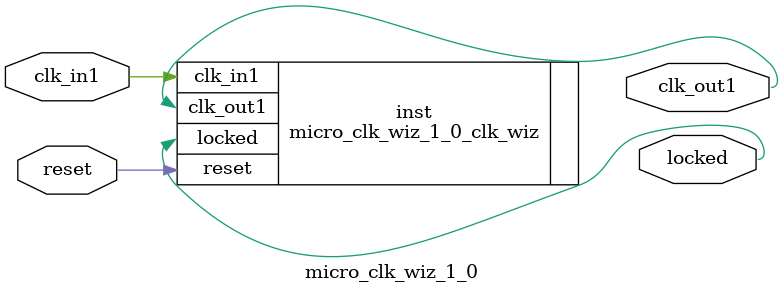
<source format=v>


`timescale 1ps/1ps

(* CORE_GENERATION_INFO = "micro_clk_wiz_1_0,clk_wiz_v6_0_9_0_0,{component_name=micro_clk_wiz_1_0,use_phase_alignment=true,use_min_o_jitter=false,use_max_i_jitter=false,use_dyn_phase_shift=false,use_inclk_switchover=false,use_dyn_reconfig=false,enable_axi=0,feedback_source=FDBK_AUTO,PRIMITIVE=MMCM,num_out_clk=1,clkin1_period=10.000,clkin2_period=10.000,use_power_down=false,use_reset=true,use_locked=true,use_inclk_stopped=false,feedback_type=SINGLE,CLOCK_MGR_TYPE=NA,manual_override=false}" *)

module micro_clk_wiz_1_0 
 (
  // Clock out ports
  output        clk_out1,
  // Status and control signals
  input         reset,
  output        locked,
 // Clock in ports
  input         clk_in1
 );

  micro_clk_wiz_1_0_clk_wiz inst
  (
  // Clock out ports  
  .clk_out1(clk_out1),
  // Status and control signals               
  .reset(reset), 
  .locked(locked),
 // Clock in ports
  .clk_in1(clk_in1)
  );

endmodule

</source>
